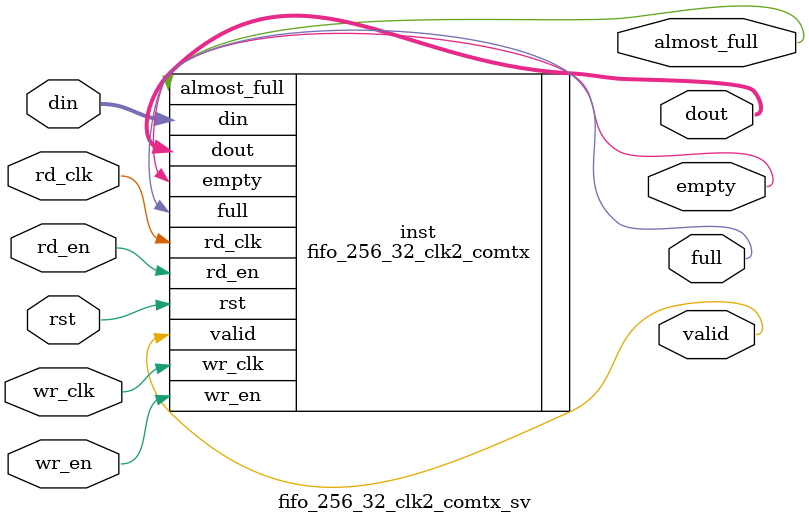
<source format=sv>


`timescale 1ps / 1ps

`include "vivado_interfaces.svh"

module fifo_256_32_clk2_comtx_sv (
  (* X_INTERFACE_IGNORE = "true" *)
  input wire rst,
  (* X_INTERFACE_IGNORE = "true" *)
  input wire wr_clk,
  (* X_INTERFACE_IGNORE = "true" *)
  input wire rd_clk,
  (* X_INTERFACE_IGNORE = "true" *)
  input wire [255:0] din,
  (* X_INTERFACE_IGNORE = "true" *)
  input wire wr_en,
  (* X_INTERFACE_IGNORE = "true" *)
  input wire rd_en,
  (* X_INTERFACE_IGNORE = "true" *)
  output wire [31:0] dout,
  (* X_INTERFACE_IGNORE = "true" *)
  output wire full,
  (* X_INTERFACE_IGNORE = "true" *)
  output wire almost_full,
  (* X_INTERFACE_IGNORE = "true" *)
  output wire empty,
  (* X_INTERFACE_IGNORE = "true" *)
  output wire valid
);

  fifo_256_32_clk2_comtx inst (
    .rst(rst),
    .wr_clk(wr_clk),
    .rd_clk(rd_clk),
    .din(din),
    .wr_en(wr_en),
    .rd_en(rd_en),
    .dout(dout),
    .full(full),
    .almost_full(almost_full),
    .empty(empty),
    .valid(valid)
  );

endmodule

</source>
